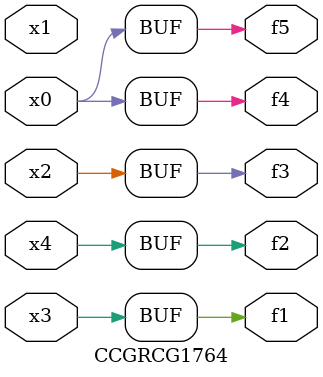
<source format=v>
module CCGRCG1764(
	input x0, x1, x2, x3, x4,
	output f1, f2, f3, f4, f5
);
	assign f1 = x3;
	assign f2 = x4;
	assign f3 = x2;
	assign f4 = x0;
	assign f5 = x0;
endmodule

</source>
